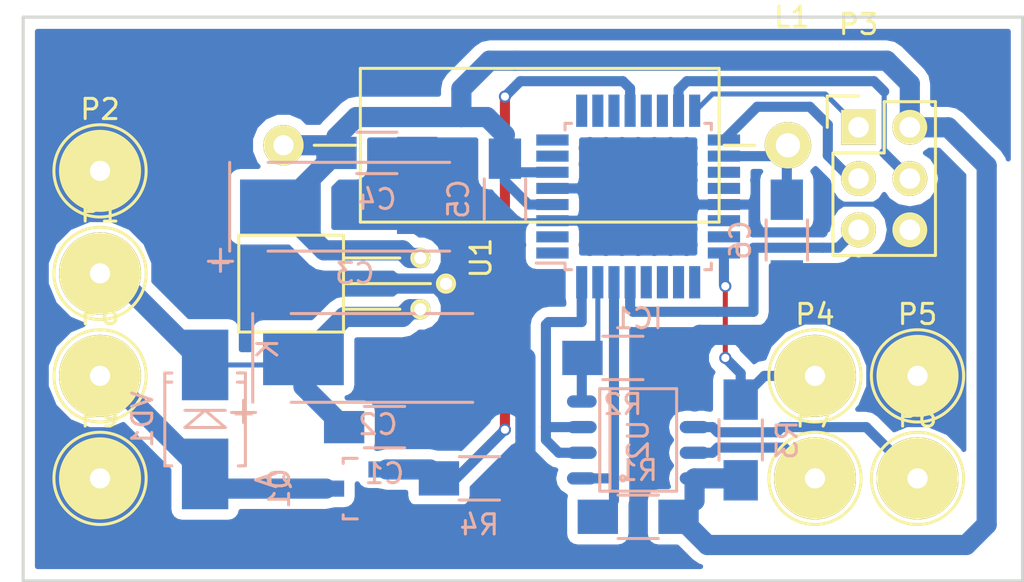
<source format=kicad_pcb>
(kicad_pcb (version 4) (host pcbnew "(2015-12-10 BZR 6367)-product")

  (general
    (links 51)
    (no_connects 0)
    (area 0 0 0 0)
    (thickness 1.6)
    (drawings 4)
    (tracks 184)
    (zones 0)
    (modules 25)
    (nets 34)
  )

  (page A4)
  (layers
    (0 F.Cu signal)
    (31 B.Cu signal)
    (32 B.Adhes user)
    (33 F.Adhes user)
    (34 B.Paste user)
    (35 F.Paste user)
    (36 B.SilkS user)
    (37 F.SilkS user)
    (38 B.Mask user)
    (39 F.Mask user)
    (40 Dwgs.User user)
    (41 Cmts.User user)
    (42 Eco1.User user)
    (43 Eco2.User user)
    (44 Edge.Cuts user)
    (45 Margin user)
    (46 B.CrtYd user)
    (47 F.CrtYd user)
    (48 B.Fab user)
    (49 F.Fab user)
  )

  (setup
    (last_trace_width 0.5)
    (user_trace_width 0.25)
    (user_trace_width 0.4)
    (user_trace_width 0.5)
    (user_trace_width 0.75)
    (user_trace_width 1)
    (user_trace_width 1.5)
    (user_trace_width 2.5)
    (user_trace_width 4)
    (trace_clearance 0.2)
    (zone_clearance 0.508)
    (zone_45_only no)
    (trace_min 0.2)
    (segment_width 0.2)
    (edge_width 0.15)
    (via_size 0.6)
    (via_drill 0.4)
    (via_min_size 0.4)
    (via_min_drill 0.3)
    (uvia_size 0.3)
    (uvia_drill 0.1)
    (uvias_allowed no)
    (uvia_min_size 0.2)
    (uvia_min_drill 0.1)
    (pcb_text_width 0.3)
    (pcb_text_size 1.5 1.5)
    (mod_edge_width 0.15)
    (mod_text_size 1 1)
    (mod_text_width 0.15)
    (pad_size 4.064 4.064)
    (pad_drill 1)
    (pad_to_mask_clearance 0.2)
    (aux_axis_origin 0 0)
    (visible_elements FFFFFF7F)
    (pcbplotparams
      (layerselection 0x00030_ffffffff)
      (usegerberextensions false)
      (excludeedgelayer true)
      (linewidth 0.100000)
      (plotframeref false)
      (viasonmask false)
      (mode 1)
      (useauxorigin false)
      (hpglpennumber 1)
      (hpglpenspeed 20)
      (hpglpendiameter 15)
      (hpglpenoverlay 2)
      (psnegative false)
      (psa4output false)
      (plotreference true)
      (plotvalue true)
      (plotinvisibletext false)
      (padsonsilk false)
      (subtractmaskfromsilk false)
      (outputformat 1)
      (mirror false)
      (drillshape 1)
      (scaleselection 1)
      (outputdirectory ""))
  )

  (net 0 "")
  (net 1 +12V)
  (net 2 GND)
  (net 3 +5V)
  (net 4 "Net-(C6-Pad1)")
  (net 5 "Net-(IC1-Pad1)")
  (net 6 "Net-(IC1-Pad2)")
  (net 7 "Net-(IC1-Pad7)")
  (net 8 "Net-(IC1-Pad8)")
  (net 9 "Net-(IC1-Pad9)")
  (net 10 "Net-(IC1-Pad10)")
  (net 11 "Net-(IC1-Pad11)")
  (net 12 "Net-(IC1-Pad12)")
  (net 13 "Net-(IC1-Pad13)")
  (net 14 "Net-(IC1-Pad14)")
  (net 15 "Net-(IC1-Pad15)")
  (net 16 "Net-(IC1-Pad16)")
  (net 17 "Net-(IC1-Pad17)")
  (net 18 "Net-(IC1-Pad19)")
  (net 19 "Net-(IC1-Pad20)")
  (net 20 "Net-(IC1-Pad22)")
  (net 21 "Net-(IC1-Pad23)")
  (net 22 "Net-(IC1-Pad24)")
  (net 23 "Net-(IC1-Pad25)")
  (net 24 "Net-(IC1-Pad26)")
  (net 25 "Net-(IC1-Pad27)")
  (net 26 "Net-(IC1-Pad28)")
  (net 27 "Net-(IC1-Pad29)")
  (net 28 "Net-(IC1-Pad30)")
  (net 29 "Net-(IC1-Pad31)")
  (net 30 "Net-(IC1-Pad32)")
  (net 31 "Net-(P6-Pad1)")
  (net 32 "Net-(P7-Pad1)")
  (net 33 "Net-(P8-Pad1)")

  (net_class Default "Это класс цепей по умолчанию."
    (clearance 0.2)
    (trace_width 0.25)
    (via_dia 0.6)
    (via_drill 0.4)
    (uvia_dia 0.3)
    (uvia_drill 0.1)
    (add_net +12V)
    (add_net +5V)
    (add_net GND)
    (add_net "Net-(C6-Pad1)")
    (add_net "Net-(IC1-Pad1)")
    (add_net "Net-(IC1-Pad10)")
    (add_net "Net-(IC1-Pad11)")
    (add_net "Net-(IC1-Pad12)")
    (add_net "Net-(IC1-Pad13)")
    (add_net "Net-(IC1-Pad14)")
    (add_net "Net-(IC1-Pad15)")
    (add_net "Net-(IC1-Pad16)")
    (add_net "Net-(IC1-Pad17)")
    (add_net "Net-(IC1-Pad19)")
    (add_net "Net-(IC1-Pad2)")
    (add_net "Net-(IC1-Pad20)")
    (add_net "Net-(IC1-Pad22)")
    (add_net "Net-(IC1-Pad23)")
    (add_net "Net-(IC1-Pad24)")
    (add_net "Net-(IC1-Pad25)")
    (add_net "Net-(IC1-Pad26)")
    (add_net "Net-(IC1-Pad27)")
    (add_net "Net-(IC1-Pad28)")
    (add_net "Net-(IC1-Pad29)")
    (add_net "Net-(IC1-Pad30)")
    (add_net "Net-(IC1-Pad31)")
    (add_net "Net-(IC1-Pad32)")
    (add_net "Net-(IC1-Pad7)")
    (add_net "Net-(IC1-Pad8)")
    (add_net "Net-(IC1-Pad9)")
    (add_net "Net-(P6-Pad1)")
    (add_net "Net-(P7-Pad1)")
    (add_net "Net-(P8-Pad1)")
  )

  (module Choke_Axial_ThroughHole:Choke_Horizontal_RM25mm (layer F.Cu) (tedit 542A89F9) (tstamp 577399E9)
    (at 171.45 105.41)
    (descr "Choke, Axial, RM 25mm,")
    (tags "Choke, Axial, RM 25mm,")
    (path /57738F7C)
    (fp_text reference L1 (at 12.7 -6.35) (layer F.SilkS)
      (effects (font (size 1 1) (thickness 0.15)))
    )
    (fp_text value 150 (at 0 5.4991) (layer F.Fab)
      (effects (font (size 1 1) (thickness 0.15)))
    )
    (fp_line (start -8.94334 0) (end -10.97534 0) (layer F.SilkS) (width 0.15))
    (fp_line (start 9.34466 0) (end 10.86866 0) (layer F.SilkS) (width 0.15))
    (fp_line (start -8.68934 -3.81) (end -8.68934 3.81) (layer F.SilkS) (width 0.15))
    (fp_line (start -8.68934 3.81) (end 9.09066 3.81) (layer F.SilkS) (width 0.15))
    (fp_line (start 9.09066 3.81) (end 9.09066 -3.81) (layer F.SilkS) (width 0.15))
    (fp_line (start 9.09066 -3.81) (end -8.68934 -3.81) (layer F.SilkS) (width 0.15))
    (pad 1 thru_hole circle (at -12.49934 0) (size 1.99898 1.99898) (drill 1.00076) (layers *.Cu *.Mask F.SilkS)
      (net 3 +5V))
    (pad 2 thru_hole circle (at 12.50188 0) (size 2.30124 2.30124) (drill 1.19888) (layers *.Cu *.Mask F.SilkS)
      (net 4 "Net-(C6-Pad1)"))
  )

  (module Capacitors_SMD:C_1206_HandSoldering (layer B.Cu) (tedit 541A9C03) (tstamp 577399A1)
    (at 163.957 119.38)
    (descr "Capacitor SMD 1206, hand soldering")
    (tags "capacitor 1206")
    (path /57739903)
    (attr smd)
    (fp_text reference C1 (at 0 2.3) (layer B.SilkS)
      (effects (font (size 1 1) (thickness 0.15)) (justify mirror))
    )
    (fp_text value 0.1 (at 0 -2.3) (layer B.Fab)
      (effects (font (size 1 1) (thickness 0.15)) (justify mirror))
    )
    (fp_line (start -3.3 1.15) (end 3.3 1.15) (layer B.CrtYd) (width 0.05))
    (fp_line (start -3.3 -1.15) (end 3.3 -1.15) (layer B.CrtYd) (width 0.05))
    (fp_line (start -3.3 1.15) (end -3.3 -1.15) (layer B.CrtYd) (width 0.05))
    (fp_line (start 3.3 1.15) (end 3.3 -1.15) (layer B.CrtYd) (width 0.05))
    (fp_line (start 1 1.025) (end -1 1.025) (layer B.SilkS) (width 0.15))
    (fp_line (start -1 -1.025) (end 1 -1.025) (layer B.SilkS) (width 0.15))
    (pad 1 smd rect (at -2 0) (size 2 1.6) (layers B.Cu B.Paste B.Mask)
      (net 1 +12V))
    (pad 2 smd rect (at 2 0) (size 2 1.6) (layers B.Cu B.Paste B.Mask)
      (net 2 GND))
    (model Capacitors_SMD.3dshapes/C_1206_HandSoldering.wrl
      (at (xyz 0 0 0))
      (scale (xyz 1 1 1))
      (rotate (xyz 0 0 0))
    )
  )

  (module Capacitors_Tantalum_SMD:TantalC_SizeD_EIA-7343_HandSoldering (layer B.Cu) (tedit 0) (tstamp 577399A7)
    (at 163.83 115.951)
    (descr "Tantal Cap. , Size D, EIA-7343, Hand Soldering,")
    (tags "Tantal Cap. , Size D, EIA-7343, Hand Soldering,")
    (path /577399BE)
    (attr smd)
    (fp_text reference C2 (at -0.20066 3.29946) (layer B.SilkS)
      (effects (font (size 1 1) (thickness 0.15)) (justify mirror))
    )
    (fp_text value 100 (at -0.09906 -3.59918) (layer B.Fab)
      (effects (font (size 1 1) (thickness 0.15)) (justify mirror))
    )
    (fp_line (start -6.40334 2.19964) (end -6.40334 -2.19964) (layer B.SilkS) (width 0.15))
    (fp_line (start -4.50088 -2.19964) (end 4.50088 -2.19964) (layer B.SilkS) (width 0.15))
    (fp_line (start 4.50088 2.19964) (end -4.50088 2.19964) (layer B.SilkS) (width 0.15))
    (fp_text user + (at -6.85546 2.70002) (layer B.SilkS)
      (effects (font (size 1 1) (thickness 0.15)) (justify mirror))
    )
    (fp_line (start -6.858 3.20294) (end -6.858 2.10312) (layer B.SilkS) (width 0.15))
    (fp_line (start -7.45744 2.70256) (end -6.25856 2.70256) (layer B.SilkS) (width 0.15))
    (pad 2 smd rect (at 3.88874 0) (size 4.0005 2.70002) (layers B.Cu B.Paste B.Mask)
      (net 2 GND))
    (pad 1 smd rect (at -3.88874 0) (size 4.0005 2.70002) (layers B.Cu B.Paste B.Mask)
      (net 1 +12V))
    (model Capacitors_Tantalum_SMD.3dshapes/TantalC_SizeD_EIA-7343_HandSoldering.wrl
      (at (xyz 0 0 0))
      (scale (xyz 1 1 1))
      (rotate (xyz 0 0 180))
    )
  )

  (module Capacitors_Tantalum_SMD:TantalC_SizeD_EIA-7343_HandSoldering (layer B.Cu) (tedit 0) (tstamp 577399AD)
    (at 162.687 108.458)
    (descr "Tantal Cap. , Size D, EIA-7343, Hand Soldering,")
    (tags "Tantal Cap. , Size D, EIA-7343, Hand Soldering,")
    (path /57739A2B)
    (attr smd)
    (fp_text reference C3 (at -0.20066 3.29946) (layer B.SilkS)
      (effects (font (size 1 1) (thickness 0.15)) (justify mirror))
    )
    (fp_text value 100 (at -0.09906 -3.59918) (layer B.Fab)
      (effects (font (size 1 1) (thickness 0.15)) (justify mirror))
    )
    (fp_line (start -6.40334 2.19964) (end -6.40334 -2.19964) (layer B.SilkS) (width 0.15))
    (fp_line (start -4.50088 -2.19964) (end 4.50088 -2.19964) (layer B.SilkS) (width 0.15))
    (fp_line (start 4.50088 2.19964) (end -4.50088 2.19964) (layer B.SilkS) (width 0.15))
    (fp_text user + (at -6.85546 2.70002) (layer B.SilkS)
      (effects (font (size 1 1) (thickness 0.15)) (justify mirror))
    )
    (fp_line (start -6.858 3.20294) (end -6.858 2.10312) (layer B.SilkS) (width 0.15))
    (fp_line (start -7.45744 2.70256) (end -6.25856 2.70256) (layer B.SilkS) (width 0.15))
    (pad 2 smd rect (at 3.88874 0) (size 4.0005 2.70002) (layers B.Cu B.Paste B.Mask)
      (net 2 GND))
    (pad 1 smd rect (at -3.88874 0) (size 4.0005 2.70002) (layers B.Cu B.Paste B.Mask)
      (net 3 +5V))
    (model Capacitors_Tantalum_SMD.3dshapes/TantalC_SizeD_EIA-7343_HandSoldering.wrl
      (at (xyz 0 0 0))
      (scale (xyz 1 1 1))
      (rotate (xyz 0 0 180))
    )
  )

  (module Capacitors_SMD:C_1206_HandSoldering (layer B.Cu) (tedit 541A9C03) (tstamp 577399B3)
    (at 163.576 105.791)
    (descr "Capacitor SMD 1206, hand soldering")
    (tags "capacitor 1206")
    (path /57739950)
    (attr smd)
    (fp_text reference C4 (at 0 2.3) (layer B.SilkS)
      (effects (font (size 1 1) (thickness 0.15)) (justify mirror))
    )
    (fp_text value 0.1 (at 0 -2.3) (layer B.Fab)
      (effects (font (size 1 1) (thickness 0.15)) (justify mirror))
    )
    (fp_line (start -3.3 1.15) (end 3.3 1.15) (layer B.CrtYd) (width 0.05))
    (fp_line (start -3.3 -1.15) (end 3.3 -1.15) (layer B.CrtYd) (width 0.05))
    (fp_line (start -3.3 1.15) (end -3.3 -1.15) (layer B.CrtYd) (width 0.05))
    (fp_line (start 3.3 1.15) (end 3.3 -1.15) (layer B.CrtYd) (width 0.05))
    (fp_line (start 1 1.025) (end -1 1.025) (layer B.SilkS) (width 0.15))
    (fp_line (start -1 -1.025) (end 1 -1.025) (layer B.SilkS) (width 0.15))
    (pad 1 smd rect (at -2 0) (size 2 1.6) (layers B.Cu B.Paste B.Mask)
      (net 3 +5V))
    (pad 2 smd rect (at 2 0) (size 2 1.6) (layers B.Cu B.Paste B.Mask)
      (net 2 GND))
    (model Capacitors_SMD.3dshapes/C_1206_HandSoldering.wrl
      (at (xyz 0 0 0))
      (scale (xyz 1 1 1))
      (rotate (xyz 0 0 0))
    )
  )

  (module Capacitors_SMD:C_1206_HandSoldering (layer B.Cu) (tedit 541A9C03) (tstamp 577399B9)
    (at 169.926 108.077 270)
    (descr "Capacitor SMD 1206, hand soldering")
    (tags "capacitor 1206")
    (path /57739221)
    (attr smd)
    (fp_text reference C5 (at 0 2.3 270) (layer B.SilkS)
      (effects (font (size 1 1) (thickness 0.15)) (justify mirror))
    )
    (fp_text value 0.1 (at 0 -2.3 270) (layer B.Fab)
      (effects (font (size 1 1) (thickness 0.15)) (justify mirror))
    )
    (fp_line (start -3.3 1.15) (end 3.3 1.15) (layer B.CrtYd) (width 0.05))
    (fp_line (start -3.3 -1.15) (end 3.3 -1.15) (layer B.CrtYd) (width 0.05))
    (fp_line (start -3.3 1.15) (end -3.3 -1.15) (layer B.CrtYd) (width 0.05))
    (fp_line (start 3.3 1.15) (end 3.3 -1.15) (layer B.CrtYd) (width 0.05))
    (fp_line (start 1 1.025) (end -1 1.025) (layer B.SilkS) (width 0.15))
    (fp_line (start -1 -1.025) (end 1 -1.025) (layer B.SilkS) (width 0.15))
    (pad 1 smd rect (at -2 0 270) (size 2 1.6) (layers B.Cu B.Paste B.Mask)
      (net 3 +5V))
    (pad 2 smd rect (at 2 0 270) (size 2 1.6) (layers B.Cu B.Paste B.Mask)
      (net 2 GND))
    (model Capacitors_SMD.3dshapes/C_1206_HandSoldering.wrl
      (at (xyz 0 0 0))
      (scale (xyz 1 1 1))
      (rotate (xyz 0 0 0))
    )
  )

  (module Capacitors_SMD:C_1206_HandSoldering (layer B.Cu) (tedit 541A9C03) (tstamp 577399BF)
    (at 183.896 110.109 270)
    (descr "Capacitor SMD 1206, hand soldering")
    (tags "capacitor 1206")
    (path /57739029)
    (attr smd)
    (fp_text reference C6 (at 0 2.3 270) (layer B.SilkS)
      (effects (font (size 1 1) (thickness 0.15)) (justify mirror))
    )
    (fp_text value 0.1 (at 0 -2.3 270) (layer B.Fab)
      (effects (font (size 1 1) (thickness 0.15)) (justify mirror))
    )
    (fp_line (start -3.3 1.15) (end 3.3 1.15) (layer B.CrtYd) (width 0.05))
    (fp_line (start -3.3 -1.15) (end 3.3 -1.15) (layer B.CrtYd) (width 0.05))
    (fp_line (start -3.3 1.15) (end -3.3 -1.15) (layer B.CrtYd) (width 0.05))
    (fp_line (start 3.3 1.15) (end 3.3 -1.15) (layer B.CrtYd) (width 0.05))
    (fp_line (start 1 1.025) (end -1 1.025) (layer B.SilkS) (width 0.15))
    (fp_line (start -1 -1.025) (end 1 -1.025) (layer B.SilkS) (width 0.15))
    (pad 1 smd rect (at -2 0 270) (size 2 1.6) (layers B.Cu B.Paste B.Mask)
      (net 4 "Net-(C6-Pad1)"))
    (pad 2 smd rect (at 2 0 270) (size 2 1.6) (layers B.Cu B.Paste B.Mask)
      (net 2 GND))
    (model Capacitors_SMD.3dshapes/C_1206_HandSoldering.wrl
      (at (xyz 0 0 0))
      (scale (xyz 1 1 1))
      (rotate (xyz 0 0 0))
    )
  )

  (module Housings_QFP:TQFP-32_7x7mm_Pitch0.8mm (layer B.Cu) (tedit 54130A77) (tstamp 577399E3)
    (at 176.53 107.95)
    (descr "32-Lead Plastic Thin Quad Flatpack (PT) - 7x7x1.0 mm Body, 2.00 mm [TQFP] (see Microchip Packaging Specification 00000049BS.pdf)")
    (tags "QFP 0.8")
    (path /57738E8E)
    (attr smd)
    (fp_text reference IC1 (at 0 6.05) (layer B.SilkS)
      (effects (font (size 1 1) (thickness 0.15)) (justify mirror))
    )
    (fp_text value ATMEGA328-A (at 0 -6.05) (layer B.Fab)
      (effects (font (size 1 1) (thickness 0.15)) (justify mirror))
    )
    (fp_line (start -5.3 5.3) (end -5.3 -5.3) (layer B.CrtYd) (width 0.05))
    (fp_line (start 5.3 5.3) (end 5.3 -5.3) (layer B.CrtYd) (width 0.05))
    (fp_line (start -5.3 5.3) (end 5.3 5.3) (layer B.CrtYd) (width 0.05))
    (fp_line (start -5.3 -5.3) (end 5.3 -5.3) (layer B.CrtYd) (width 0.05))
    (fp_line (start -3.625 3.625) (end -3.625 3.3) (layer B.SilkS) (width 0.15))
    (fp_line (start 3.625 3.625) (end 3.625 3.3) (layer B.SilkS) (width 0.15))
    (fp_line (start 3.625 -3.625) (end 3.625 -3.3) (layer B.SilkS) (width 0.15))
    (fp_line (start -3.625 -3.625) (end -3.625 -3.3) (layer B.SilkS) (width 0.15))
    (fp_line (start -3.625 3.625) (end -3.3 3.625) (layer B.SilkS) (width 0.15))
    (fp_line (start -3.625 -3.625) (end -3.3 -3.625) (layer B.SilkS) (width 0.15))
    (fp_line (start 3.625 -3.625) (end 3.3 -3.625) (layer B.SilkS) (width 0.15))
    (fp_line (start 3.625 3.625) (end 3.3 3.625) (layer B.SilkS) (width 0.15))
    (fp_line (start -3.625 3.3) (end -5.05 3.3) (layer B.SilkS) (width 0.15))
    (pad 1 smd rect (at -4.25 2.8) (size 1.6 0.55) (layers B.Cu B.Paste B.Mask)
      (net 5 "Net-(IC1-Pad1)"))
    (pad 2 smd rect (at -4.25 2) (size 1.6 0.55) (layers B.Cu B.Paste B.Mask)
      (net 6 "Net-(IC1-Pad2)"))
    (pad 3 smd rect (at -4.25 1.2) (size 1.6 0.55) (layers B.Cu B.Paste B.Mask)
      (net 2 GND))
    (pad 4 smd rect (at -4.25 0.4) (size 1.6 0.55) (layers B.Cu B.Paste B.Mask)
      (net 3 +5V))
    (pad 5 smd rect (at -4.25 -0.4) (size 1.6 0.55) (layers B.Cu B.Paste B.Mask)
      (net 2 GND))
    (pad 6 smd rect (at -4.25 -1.2) (size 1.6 0.55) (layers B.Cu B.Paste B.Mask)
      (net 3 +5V))
    (pad 7 smd rect (at -4.25 -2) (size 1.6 0.55) (layers B.Cu B.Paste B.Mask)
      (net 7 "Net-(IC1-Pad7)"))
    (pad 8 smd rect (at -4.25 -2.8) (size 1.6 0.55) (layers B.Cu B.Paste B.Mask)
      (net 8 "Net-(IC1-Pad8)"))
    (pad 9 smd rect (at -2.8 -4.25 270) (size 1.6 0.55) (layers B.Cu B.Paste B.Mask)
      (net 9 "Net-(IC1-Pad9)"))
    (pad 10 smd rect (at -2 -4.25 270) (size 1.6 0.55) (layers B.Cu B.Paste B.Mask)
      (net 10 "Net-(IC1-Pad10)"))
    (pad 11 smd rect (at -1.2 -4.25 270) (size 1.6 0.55) (layers B.Cu B.Paste B.Mask)
      (net 11 "Net-(IC1-Pad11)"))
    (pad 12 smd rect (at -0.4 -4.25 270) (size 1.6 0.55) (layers B.Cu B.Paste B.Mask)
      (net 12 "Net-(IC1-Pad12)"))
    (pad 13 smd rect (at 0.4 -4.25 270) (size 1.6 0.55) (layers B.Cu B.Paste B.Mask)
      (net 13 "Net-(IC1-Pad13)"))
    (pad 14 smd rect (at 1.2 -4.25 270) (size 1.6 0.55) (layers B.Cu B.Paste B.Mask)
      (net 14 "Net-(IC1-Pad14)"))
    (pad 15 smd rect (at 2 -4.25 270) (size 1.6 0.55) (layers B.Cu B.Paste B.Mask)
      (net 15 "Net-(IC1-Pad15)"))
    (pad 16 smd rect (at 2.8 -4.25 270) (size 1.6 0.55) (layers B.Cu B.Paste B.Mask)
      (net 16 "Net-(IC1-Pad16)"))
    (pad 17 smd rect (at 4.25 -2.8) (size 1.6 0.55) (layers B.Cu B.Paste B.Mask)
      (net 17 "Net-(IC1-Pad17)"))
    (pad 18 smd rect (at 4.25 -2) (size 1.6 0.55) (layers B.Cu B.Paste B.Mask)
      (net 4 "Net-(C6-Pad1)"))
    (pad 19 smd rect (at 4.25 -1.2) (size 1.6 0.55) (layers B.Cu B.Paste B.Mask)
      (net 18 "Net-(IC1-Pad19)"))
    (pad 20 smd rect (at 4.25 -0.4) (size 1.6 0.55) (layers B.Cu B.Paste B.Mask)
      (net 19 "Net-(IC1-Pad20)"))
    (pad 21 smd rect (at 4.25 0.4) (size 1.6 0.55) (layers B.Cu B.Paste B.Mask)
      (net 2 GND))
    (pad 22 smd rect (at 4.25 1.2) (size 1.6 0.55) (layers B.Cu B.Paste B.Mask)
      (net 20 "Net-(IC1-Pad22)"))
    (pad 23 smd rect (at 4.25 2) (size 1.6 0.55) (layers B.Cu B.Paste B.Mask)
      (net 21 "Net-(IC1-Pad23)"))
    (pad 24 smd rect (at 4.25 2.8) (size 1.6 0.55) (layers B.Cu B.Paste B.Mask)
      (net 22 "Net-(IC1-Pad24)"))
    (pad 25 smd rect (at 2.8 4.25 270) (size 1.6 0.55) (layers B.Cu B.Paste B.Mask)
      (net 23 "Net-(IC1-Pad25)"))
    (pad 26 smd rect (at 2 4.25 270) (size 1.6 0.55) (layers B.Cu B.Paste B.Mask)
      (net 24 "Net-(IC1-Pad26)"))
    (pad 27 smd rect (at 1.2 4.25 270) (size 1.6 0.55) (layers B.Cu B.Paste B.Mask)
      (net 25 "Net-(IC1-Pad27)"))
    (pad 28 smd rect (at 0.4 4.25 270) (size 1.6 0.55) (layers B.Cu B.Paste B.Mask)
      (net 26 "Net-(IC1-Pad28)"))
    (pad 29 smd rect (at -0.4 4.25 270) (size 1.6 0.55) (layers B.Cu B.Paste B.Mask)
      (net 27 "Net-(IC1-Pad29)"))
    (pad 30 smd rect (at -1.2 4.25 270) (size 1.6 0.55) (layers B.Cu B.Paste B.Mask)
      (net 28 "Net-(IC1-Pad30)"))
    (pad 31 smd rect (at -2 4.25 270) (size 1.6 0.55) (layers B.Cu B.Paste B.Mask)
      (net 29 "Net-(IC1-Pad31)"))
    (pad 32 smd rect (at -2.8 4.25 270) (size 1.6 0.55) (layers B.Cu B.Paste B.Mask)
      (net 30 "Net-(IC1-Pad32)"))
    (model Housings_QFP.3dshapes/TQFP-32_7x7mm_Pitch0.8mm.wrl
      (at (xyz 0 0 0))
      (scale (xyz 1 1 1))
      (rotate (xyz 0 0 0))
    )
  )

  (module Connect:1pin (layer F.Cu) (tedit 0) (tstamp 577399EE)
    (at 149.86 111.76)
    (descr "module 1 pin (ou trou mecanique de percage)")
    (tags DEV)
    (path /57739D6F)
    (fp_text reference P1 (at 0 -3.048) (layer F.SilkS)
      (effects (font (size 1 1) (thickness 0.15)))
    )
    (fp_text value CONN_01X01 (at 0 2.794) (layer F.Fab)
      (effects (font (size 1 1) (thickness 0.15)))
    )
    (fp_circle (center 0 0) (end 0 -2.286) (layer F.SilkS) (width 0.15))
    (pad 1 thru_hole circle (at 0 0) (size 4.064 4.064) (drill 1) (layers *.Cu *.Mask F.SilkS)
      (net 1 +12V))
  )

  (module Connect:1pin (layer F.Cu) (tedit 57765426) (tstamp 577399F3)
    (at 149.86 106.68)
    (descr "module 1 pin (ou trou mecanique de percage)")
    (tags DEV)
    (path /57739DF2)
    (fp_text reference P2 (at 0 -3.048) (layer F.SilkS)
      (effects (font (size 1 1) (thickness 0.15)))
    )
    (fp_text value CONN_01X01 (at 0 2.794) (layer F.Fab)
      (effects (font (size 1 1) (thickness 0.15)))
    )
    (fp_circle (center 0 0) (end 0 -2.286) (layer F.SilkS) (width 0.15))
    (pad 1 thru_hole circle (at 0 0) (size 4.064 4.064) (drill 1) (layers *.Cu *.Mask F.SilkS)
      (net 2 GND))
  )

  (module Pin_Headers:Pin_Header_Straight_2x03 (layer F.Cu) (tedit 54EA0A4B) (tstamp 577399FD)
    (at 187.452 104.521)
    (descr "Through hole pin header")
    (tags "pin header")
    (path /5773B77C)
    (fp_text reference P3 (at 0 -5.1) (layer F.SilkS)
      (effects (font (size 1 1) (thickness 0.15)))
    )
    (fp_text value CONN_02X03 (at 0 -3.1) (layer F.Fab)
      (effects (font (size 1 1) (thickness 0.15)))
    )
    (fp_line (start -1.27 1.27) (end -1.27 6.35) (layer F.SilkS) (width 0.15))
    (fp_line (start -1.55 -1.55) (end 0 -1.55) (layer F.SilkS) (width 0.15))
    (fp_line (start -1.75 -1.75) (end -1.75 6.85) (layer F.CrtYd) (width 0.05))
    (fp_line (start 4.3 -1.75) (end 4.3 6.85) (layer F.CrtYd) (width 0.05))
    (fp_line (start -1.75 -1.75) (end 4.3 -1.75) (layer F.CrtYd) (width 0.05))
    (fp_line (start -1.75 6.85) (end 4.3 6.85) (layer F.CrtYd) (width 0.05))
    (fp_line (start 1.27 -1.27) (end 1.27 1.27) (layer F.SilkS) (width 0.15))
    (fp_line (start 1.27 1.27) (end -1.27 1.27) (layer F.SilkS) (width 0.15))
    (fp_line (start -1.27 6.35) (end 3.81 6.35) (layer F.SilkS) (width 0.15))
    (fp_line (start 3.81 6.35) (end 3.81 1.27) (layer F.SilkS) (width 0.15))
    (fp_line (start -1.55 -1.55) (end -1.55 0) (layer F.SilkS) (width 0.15))
    (fp_line (start 3.81 -1.27) (end 1.27 -1.27) (layer F.SilkS) (width 0.15))
    (fp_line (start 3.81 1.27) (end 3.81 -1.27) (layer F.SilkS) (width 0.15))
    (pad 1 thru_hole rect (at 0 0) (size 1.7272 1.7272) (drill 1.016) (layers *.Cu *.Mask F.SilkS)
      (net 16 "Net-(IC1-Pad16)"))
    (pad 2 thru_hole oval (at 2.54 0) (size 1.7272 1.7272) (drill 1.016) (layers *.Cu *.Mask F.SilkS)
      (net 3 +5V))
    (pad 3 thru_hole oval (at 0 2.54) (size 1.7272 1.7272) (drill 1.016) (layers *.Cu *.Mask F.SilkS)
      (net 17 "Net-(IC1-Pad17)"))
    (pad 4 thru_hole oval (at 2.54 2.54) (size 1.7272 1.7272) (drill 1.016) (layers *.Cu *.Mask F.SilkS)
      (net 15 "Net-(IC1-Pad15)"))
    (pad 5 thru_hole oval (at 0 5.08) (size 1.7272 1.7272) (drill 1.016) (layers *.Cu *.Mask F.SilkS)
      (net 27 "Net-(IC1-Pad29)"))
    (pad 6 thru_hole oval (at 2.54 5.08) (size 1.7272 1.7272) (drill 1.016) (layers *.Cu *.Mask F.SilkS)
      (net 2 GND))
    (model Pin_Headers.3dshapes/Pin_Header_Straight_2x03.wrl
      (at (xyz 0.05 -0.1 0))
      (scale (xyz 1 1 1))
      (rotate (xyz 0 0 90))
    )
  )

  (module Connect:1pin (layer F.Cu) (tedit 0) (tstamp 57739A02)
    (at 185.293 116.84)
    (descr "module 1 pin (ou trou mecanique de percage)")
    (tags DEV)
    (path /5773ADB4)
    (fp_text reference P4 (at 0 -3.048) (layer F.SilkS)
      (effects (font (size 1 1) (thickness 0.15)))
    )
    (fp_text value CONN_01X01 (at 0 2.794) (layer F.Fab)
      (effects (font (size 1 1) (thickness 0.15)))
    )
    (fp_circle (center 0 0) (end 0 -2.286) (layer F.SilkS) (width 0.15))
    (pad 1 thru_hole circle (at 0 0) (size 4.064 4.064) (drill 1) (layers *.Cu *.Mask F.SilkS)
      (net 22 "Net-(IC1-Pad24)"))
  )

  (module Connect:1pin (layer F.Cu) (tedit 0) (tstamp 57739A07)
    (at 190.373 116.84)
    (descr "module 1 pin (ou trou mecanique de percage)")
    (tags DEV)
    (path /5773AF08)
    (fp_text reference P5 (at 0 -3.048) (layer F.SilkS)
      (effects (font (size 1 1) (thickness 0.15)))
    )
    (fp_text value CONN_01X01 (at 0 2.794) (layer F.Fab)
      (effects (font (size 1 1) (thickness 0.15)))
    )
    (fp_circle (center 0 0) (end 0 -2.286) (layer F.SilkS) (width 0.15))
    (pad 1 thru_hole circle (at 0 0) (size 4.064 4.064) (drill 1) (layers *.Cu *.Mask F.SilkS)
      (net 2 GND))
  )

  (module Connect:1pin (layer F.Cu) (tedit 0) (tstamp 57739A0C)
    (at 190.373 121.92)
    (descr "module 1 pin (ou trou mecanique de percage)")
    (tags DEV)
    (path /5773AA1A)
    (fp_text reference P6 (at 0 -3.048) (layer F.SilkS)
      (effects (font (size 1 1) (thickness 0.15)))
    )
    (fp_text value CONN_01X01 (at 0 2.794) (layer F.Fab)
      (effects (font (size 1 1) (thickness 0.15)))
    )
    (fp_circle (center 0 0) (end 0 -2.286) (layer F.SilkS) (width 0.15))
    (pad 1 thru_hole circle (at 0 0) (size 4.064 4.064) (drill 1) (layers *.Cu *.Mask F.SilkS)
      (net 31 "Net-(P6-Pad1)"))
  )

  (module Connect:1pin (layer F.Cu) (tedit 0) (tstamp 57739A11)
    (at 185.293 121.92)
    (descr "module 1 pin (ou trou mecanique de percage)")
    (tags DEV)
    (path /5773AB20)
    (fp_text reference P7 (at 0 -3.048) (layer F.SilkS)
      (effects (font (size 1 1) (thickness 0.15)))
    )
    (fp_text value CONN_01X01 (at 0 2.794) (layer F.Fab)
      (effects (font (size 1 1) (thickness 0.15)))
    )
    (fp_circle (center 0 0) (end 0 -2.286) (layer F.SilkS) (width 0.15))
    (pad 1 thru_hole circle (at 0 0) (size 4.064 4.064) (drill 1) (layers *.Cu *.Mask F.SilkS)
      (net 32 "Net-(P7-Pad1)"))
  )

  (module Connect:1pin (layer F.Cu) (tedit 0) (tstamp 57739A16)
    (at 149.86 116.84)
    (descr "module 1 pin (ou trou mecanique de percage)")
    (tags DEV)
    (path /5773CD6F)
    (fp_text reference P8 (at 0 -3.048) (layer F.SilkS)
      (effects (font (size 1 1) (thickness 0.15)))
    )
    (fp_text value CONN_01X01 (at 0 2.794) (layer F.Fab)
      (effects (font (size 1 1) (thickness 0.15)))
    )
    (fp_circle (center 0 0) (end 0 -2.286) (layer F.SilkS) (width 0.15))
    (pad 1 thru_hole circle (at 0 0) (size 4.064 4.064) (drill 1) (layers *.Cu *.Mask F.SilkS)
      (net 33 "Net-(P8-Pad1)"))
  )

  (module Connect:1pin (layer F.Cu) (tedit 0) (tstamp 57739A1B)
    (at 149.86 121.92)
    (descr "module 1 pin (ou trou mecanique de percage)")
    (tags DEV)
    (path /5773CEE4)
    (fp_text reference P9 (at 0 -3.048) (layer F.SilkS)
      (effects (font (size 1 1) (thickness 0.15)))
    )
    (fp_text value CONN_01X01 (at 0 2.794) (layer F.Fab)
      (effects (font (size 1 1) (thickness 0.15)))
    )
    (fp_circle (center 0 0) (end 0 -2.286) (layer F.SilkS) (width 0.15))
    (pad 1 thru_hole circle (at 0 0) (size 4.064 4.064) (drill 1) (layers *.Cu *.Mask F.SilkS)
      (net 2 GND))
  )

  (module TO_SOT_Packages_SMD:SOT-23_Handsoldering (layer B.Cu) (tedit 54E9291B) (tstamp 57739A22)
    (at 162.56 122.428 270)
    (descr "SOT-23, Handsoldering")
    (tags SOT-23)
    (path /5773C15B)
    (attr smd)
    (fp_text reference Q1 (at 0 3.81 270) (layer B.SilkS)
      (effects (font (size 1 1) (thickness 0.15)) (justify mirror))
    )
    (fp_text value IRLML2502 (at 0 -3.81 270) (layer B.Fab)
      (effects (font (size 1 1) (thickness 0.15)) (justify mirror))
    )
    (fp_line (start -1.49982 -0.0508) (end -1.49982 0.65024) (layer B.SilkS) (width 0.15))
    (fp_line (start -1.49982 0.65024) (end -1.2509 0.65024) (layer B.SilkS) (width 0.15))
    (fp_line (start 1.29916 0.65024) (end 1.49982 0.65024) (layer B.SilkS) (width 0.15))
    (fp_line (start 1.49982 0.65024) (end 1.49982 -0.0508) (layer B.SilkS) (width 0.15))
    (pad 1 smd rect (at -0.95 -1.50114 270) (size 0.8001 1.80086) (layers B.Cu B.Paste B.Mask)
      (net 12 "Net-(IC1-Pad12)"))
    (pad 2 smd rect (at 0.95 -1.50114 270) (size 0.8001 1.80086) (layers B.Cu B.Paste B.Mask)
      (net 2 GND))
    (pad 3 smd rect (at 0 1.50114 270) (size 0.8001 1.80086) (layers B.Cu B.Paste B.Mask)
      (net 33 "Net-(P8-Pad1)"))
    (model TO_SOT_Packages_SMD.3dshapes/SOT-23_Handsoldering.wrl
      (at (xyz 0 0 0))
      (scale (xyz 1 1 1))
      (rotate (xyz 0 0 0))
    )
  )

  (module Resistors_SMD:R_1206_HandSoldering (layer B.Cu) (tedit 5418A20D) (tstamp 57739A28)
    (at 176.53 123.825 180)
    (descr "Resistor SMD 1206, hand soldering")
    (tags "resistor 1206")
    (path /5773A46D)
    (attr smd)
    (fp_text reference R1 (at 0 2.3 180) (layer B.SilkS)
      (effects (font (size 1 1) (thickness 0.15)) (justify mirror))
    )
    (fp_text value 10k (at 0 -2.3 180) (layer B.Fab)
      (effects (font (size 1 1) (thickness 0.15)) (justify mirror))
    )
    (fp_line (start -3.3 1.2) (end 3.3 1.2) (layer B.CrtYd) (width 0.05))
    (fp_line (start -3.3 -1.2) (end 3.3 -1.2) (layer B.CrtYd) (width 0.05))
    (fp_line (start -3.3 1.2) (end -3.3 -1.2) (layer B.CrtYd) (width 0.05))
    (fp_line (start 3.3 1.2) (end 3.3 -1.2) (layer B.CrtYd) (width 0.05))
    (fp_line (start 1 -1.075) (end -1 -1.075) (layer B.SilkS) (width 0.15))
    (fp_line (start -1 1.075) (end 1 1.075) (layer B.SilkS) (width 0.15))
    (pad 1 smd rect (at -2 0 180) (size 2 1.7) (layers B.Cu B.Paste B.Mask)
      (net 3 +5V))
    (pad 2 smd rect (at 2 0 180) (size 2 1.7) (layers B.Cu B.Paste B.Mask)
      (net 28 "Net-(IC1-Pad30)"))
    (model Resistors_SMD.3dshapes/R_1206_HandSoldering.wrl
      (at (xyz 0 0 0))
      (scale (xyz 1 1 1))
      (rotate (xyz 0 0 0))
    )
  )

  (module Resistors_SMD:R_1206_HandSoldering (layer B.Cu) (tedit 5418A20D) (tstamp 57739A2E)
    (at 175.768 115.951)
    (descr "Resistor SMD 1206, hand soldering")
    (tags "resistor 1206")
    (path /5773A5D5)
    (attr smd)
    (fp_text reference R2 (at 0 2.3) (layer B.SilkS)
      (effects (font (size 1 1) (thickness 0.15)) (justify mirror))
    )
    (fp_text value 10k (at 0 -2.3) (layer B.Fab)
      (effects (font (size 1 1) (thickness 0.15)) (justify mirror))
    )
    (fp_line (start -3.3 1.2) (end 3.3 1.2) (layer B.CrtYd) (width 0.05))
    (fp_line (start -3.3 -1.2) (end 3.3 -1.2) (layer B.CrtYd) (width 0.05))
    (fp_line (start -3.3 1.2) (end -3.3 -1.2) (layer B.CrtYd) (width 0.05))
    (fp_line (start 3.3 1.2) (end 3.3 -1.2) (layer B.CrtYd) (width 0.05))
    (fp_line (start 1 -1.075) (end -1 -1.075) (layer B.SilkS) (width 0.15))
    (fp_line (start -1 1.075) (end 1 1.075) (layer B.SilkS) (width 0.15))
    (pad 1 smd rect (at -2 0) (size 2 1.7) (layers B.Cu B.Paste B.Mask)
      (net 29 "Net-(IC1-Pad31)"))
    (pad 2 smd rect (at 2 0) (size 2 1.7) (layers B.Cu B.Paste B.Mask)
      (net 2 GND))
    (model Resistors_SMD.3dshapes/R_1206_HandSoldering.wrl
      (at (xyz 0 0 0))
      (scale (xyz 1 1 1))
      (rotate (xyz 0 0 0))
    )
  )

  (module Resistors_SMD:R_1206_HandSoldering (layer B.Cu) (tedit 5418A20D) (tstamp 57739A34)
    (at 181.61 120.015 90)
    (descr "Resistor SMD 1206, hand soldering")
    (tags "resistor 1206")
    (path /5773B077)
    (attr smd)
    (fp_text reference R3 (at 0 2.3 90) (layer B.SilkS)
      (effects (font (size 1 1) (thickness 0.15)) (justify mirror))
    )
    (fp_text value 10k (at 0 -2.3 90) (layer B.Fab)
      (effects (font (size 1 1) (thickness 0.15)) (justify mirror))
    )
    (fp_line (start -3.3 1.2) (end 3.3 1.2) (layer B.CrtYd) (width 0.05))
    (fp_line (start -3.3 -1.2) (end 3.3 -1.2) (layer B.CrtYd) (width 0.05))
    (fp_line (start -3.3 1.2) (end -3.3 -1.2) (layer B.CrtYd) (width 0.05))
    (fp_line (start 3.3 1.2) (end 3.3 -1.2) (layer B.CrtYd) (width 0.05))
    (fp_line (start 1 -1.075) (end -1 -1.075) (layer B.SilkS) (width 0.15))
    (fp_line (start -1 1.075) (end 1 1.075) (layer B.SilkS) (width 0.15))
    (pad 1 smd rect (at -2 0 90) (size 2 1.7) (layers B.Cu B.Paste B.Mask)
      (net 3 +5V))
    (pad 2 smd rect (at 2 0 90) (size 2 1.7) (layers B.Cu B.Paste B.Mask)
      (net 22 "Net-(IC1-Pad24)"))
    (model Resistors_SMD.3dshapes/R_1206_HandSoldering.wrl
      (at (xyz 0 0 0))
      (scale (xyz 1 1 1))
      (rotate (xyz 0 0 0))
    )
  )

  (module TO_SOT_Packages_THT:TO-92_Horizontal1_Molded_Narrow (layer F.Cu) (tedit 54F24180) (tstamp 57739A3B)
    (at 165.735 110.998 270)
    (descr "TO-92 horizontal, leads molded, narrow, drill 0.6mm (see NXP sot054_po.pdf)")
    (tags "to-92 sc-43 sc-43a sot54 PA33 transistor")
    (path /57760752)
    (fp_text reference U1 (at 0 -3 270) (layer F.SilkS)
      (effects (font (size 1 1) (thickness 0.15)))
    )
    (fp_text value LM78L05ACZ (at 0 11 450) (layer F.Fab)
      (effects (font (size 1 1) (thickness 0.15)))
    )
    (fp_line (start 0 1.016) (end 0 3.81) (layer F.SilkS) (width 0.15))
    (fp_line (start 1.27 -0.5) (end 1.27 3.81) (layer F.SilkS) (width 0.15))
    (fp_line (start 2.54 1.016) (end 2.54 3.81) (layer F.SilkS) (width 0.15))
    (fp_line (start -1.13 3.81) (end 3.67 3.81) (layer F.SilkS) (width 0.15))
    (fp_line (start 3.67 3.81) (end 3.67 9) (layer F.SilkS) (width 0.15))
    (fp_line (start 3.67 9) (end -1.13 9) (layer F.SilkS) (width 0.15))
    (fp_line (start -1.13 9) (end -1.13 3.81) (layer F.SilkS) (width 0.15))
    (fp_line (start -1.4 9.25) (end -1.4 -2.05) (layer F.CrtYd) (width 0.05))
    (fp_line (start -1.4 9.25) (end 3.95 9.25) (layer F.CrtYd) (width 0.05))
    (fp_line (start 3.95 9.25) (end 3.95 -2.05) (layer F.CrtYd) (width 0.05))
    (fp_line (start -1.4 -2.05) (end 3.95 -2.05) (layer F.CrtYd) (width 0.05))
    (pad 2 thru_hole circle (at 1.27 -1.27) (size 1.00076 1.00076) (drill 0.6) (layers *.Cu *.Mask F.SilkS)
      (net 2 GND))
    (pad 3 thru_hole circle (at 2.54 0) (size 1.00076 1.00076) (drill 0.6) (layers *.Cu *.Mask F.SilkS)
      (net 1 +12V))
    (pad 1 thru_hole circle (at 0 0) (size 1.00076 1.00076) (drill 0.6) (layers *.Cu *.Mask F.SilkS)
      (net 3 +5V))
    (model TO_SOT_Packages_THT.3dshapes/TO-92_Horizontal1_Molded_Narrow.wrl
      (at (xyz 0.05 0 0))
      (scale (xyz 1 1 1))
      (rotate (xyz 0 0 -90))
    )
  )

  (module Power_Integrations:SO-8 (layer B.Cu) (tedit 0) (tstamp 57739A47)
    (at 176.53 120.015 90)
    (descr "SO-8 Surface Mount Small Outline 150mil 8pin Package")
    (tags "Power Integrations D Package")
    (path /5773A28D)
    (fp_text reference U2 (at 0 0 90) (layer B.SilkS)
      (effects (font (size 1 1) (thickness 0.15)) (justify mirror))
    )
    (fp_text value SP3485CN (at 0 0 90) (layer B.Fab)
      (effects (font (size 1 1) (thickness 0.15)) (justify mirror))
    )
    (fp_circle (center -1.905 -0.762) (end -1.778 -0.762) (layer B.SilkS) (width 0.15))
    (fp_line (start -2.54 -1.397) (end 2.54 -1.397) (layer B.SilkS) (width 0.15))
    (fp_line (start -2.54 1.905) (end 2.54 1.905) (layer B.SilkS) (width 0.15))
    (fp_line (start -2.54 -1.905) (end 2.54 -1.905) (layer B.SilkS) (width 0.15))
    (fp_line (start -2.54 -1.905) (end -2.54 1.905) (layer B.SilkS) (width 0.15))
    (fp_line (start 2.54 -1.905) (end 2.54 1.905) (layer B.SilkS) (width 0.15))
    (pad 1 smd oval (at -1.905 -2.794 90) (size 0.6096 1.4732) (layers B.Cu B.Paste B.Mask)
      (net 28 "Net-(IC1-Pad30)"))
    (pad 2 smd oval (at -0.635 -2.794 90) (size 0.6096 1.4732) (layers B.Cu B.Paste B.Mask)
      (net 30 "Net-(IC1-Pad32)"))
    (pad 3 smd oval (at 0.635 -2.794 90) (size 0.6096 1.4732) (layers B.Cu B.Paste B.Mask)
      (net 30 "Net-(IC1-Pad32)"))
    (pad 4 smd oval (at 1.905 -2.794 90) (size 0.6096 1.4732) (layers B.Cu B.Paste B.Mask)
      (net 29 "Net-(IC1-Pad31)"))
    (pad 5 smd oval (at 1.905 2.794 90) (size 0.6096 1.4732) (layers B.Cu B.Paste B.Mask)
      (net 2 GND))
    (pad 6 smd oval (at 0.635 2.794 90) (size 0.6096 1.4732) (layers B.Cu B.Paste B.Mask)
      (net 31 "Net-(P6-Pad1)"))
    (pad 7 smd oval (at -0.635 2.794 90) (size 0.6096 1.4732) (layers B.Cu B.Paste B.Mask)
      (net 32 "Net-(P7-Pad1)"))
    (pad 8 smd oval (at -1.905 2.794 90) (size 0.6096 1.4732) (layers B.Cu B.Paste B.Mask)
      (net 3 +5V))
  )

  (module Diodes_SMD:SMB_Handsoldering (layer B.Cu) (tedit 552FF2F0) (tstamp 57739A4D)
    (at 155.067 118.999 270)
    (descr "Diode SMB Handsoldering")
    (tags "Diode SMB Handsoldering")
    (path /5773C4D4)
    (attr smd)
    (fp_text reference VD1 (at 0 3.1 270) (layer B.SilkS)
      (effects (font (size 1 1) (thickness 0.15)) (justify mirror))
    )
    (fp_text value S2M (at 0.1 -4.75 270) (layer B.Fab)
      (effects (font (size 1 1) (thickness 0.15)) (justify mirror))
    )
    (fp_line (start -4.7 2.25) (end 4.7 2.25) (layer B.CrtYd) (width 0.05))
    (fp_line (start 4.7 2.25) (end 4.7 -2.25) (layer B.CrtYd) (width 0.05))
    (fp_line (start 4.7 -2.25) (end -4.7 -2.25) (layer B.CrtYd) (width 0.05))
    (fp_line (start -4.7 -2.25) (end -4.7 2.25) (layer B.CrtYd) (width 0.05))
    (fp_line (start -0.44958 0) (end 0.39878 1.00076) (layer B.SilkS) (width 0.15))
    (fp_line (start 0.39878 1.00076) (end 0.39878 -1.00076) (layer B.SilkS) (width 0.15))
    (fp_line (start 0.39878 -1.00076) (end -0.44958 0) (layer B.SilkS) (width 0.15))
    (fp_line (start -0.44958 0) (end -0.44958 -1.00076) (layer B.SilkS) (width 0.15))
    (fp_line (start -0.44958 0) (end -0.44958 1.00076) (layer B.SilkS) (width 0.15))
    (fp_text user K (at -3.5 -3.1 270) (layer B.SilkS)
      (effects (font (size 1 1) (thickness 0.15)) (justify mirror))
    )
    (fp_text user A (at 3 -3.05 270) (layer B.SilkS)
      (effects (font (size 1 1) (thickness 0.15)) (justify mirror))
    )
    (fp_line (start -2.30632 -1.8) (end -2.30632 -1.6002) (layer B.SilkS) (width 0.15))
    (fp_line (start -1.84928 -1.8) (end -1.84928 -1.601) (layer B.SilkS) (width 0.15))
    (fp_line (start 2.30124 -1.8) (end 2.30124 -1.651) (layer B.SilkS) (width 0.15))
    (fp_line (start -2.30124 1.8) (end -2.30124 1.651) (layer B.SilkS) (width 0.15))
    (fp_line (start -1.84928 1.8) (end -1.84928 1.651) (layer B.SilkS) (width 0.15))
    (fp_line (start 2.30124 1.8) (end 2.30124 1.651) (layer B.SilkS) (width 0.15))
    (fp_line (start -1.84928 -1.94898) (end -1.84928 -1.75086) (layer B.SilkS) (width 0.15))
    (fp_line (start -1.84928 1.99898) (end -1.84928 1.80086) (layer B.SilkS) (width 0.15))
    (fp_line (start 2.29616 -1.99644) (end 2.29616 -1.79832) (layer B.SilkS) (width 0.15))
    (fp_line (start -2.30632 -1.99644) (end 2.29616 -1.99644) (layer B.SilkS) (width 0.15))
    (fp_line (start -2.30632 -1.99644) (end -2.30632 -1.79832) (layer B.SilkS) (width 0.15))
    (fp_line (start -2.30124 1.99898) (end -2.30124 1.80086) (layer B.SilkS) (width 0.15))
    (fp_line (start -2.30124 1.99898) (end 2.30124 1.99898) (layer B.SilkS) (width 0.15))
    (fp_line (start 2.30124 1.99898) (end 2.30124 1.80086) (layer B.SilkS) (width 0.15))
    (pad 1 smd rect (at -2.70002 0 270) (size 3.50012 2.30124) (layers B.Cu B.Paste B.Mask)
      (net 1 +12V))
    (pad 2 smd rect (at 2.70002 0 270) (size 3.50012 2.30124) (layers B.Cu B.Paste B.Mask)
      (net 33 "Net-(P8-Pad1)"))
    (model Diodes_SMD.3dshapes/SMB_Handsoldering.wrl
      (at (xyz 0 0 0))
      (scale (xyz 0.3937 0.3937 0.3937))
      (rotate (xyz 0 0 180))
    )
  )

  (module Resistors_SMD:R_1206_HandSoldering (layer B.Cu) (tedit 5418A20D) (tstamp 57765142)
    (at 168.656 121.92)
    (descr "Resistor SMD 1206, hand soldering")
    (tags "resistor 1206")
    (path /577616AD)
    (attr smd)
    (fp_text reference R4 (at 0 2.3) (layer B.SilkS)
      (effects (font (size 1 1) (thickness 0.15)) (justify mirror))
    )
    (fp_text value 1k (at 0 -2.3) (layer B.Fab)
      (effects (font (size 1 1) (thickness 0.15)) (justify mirror))
    )
    (fp_line (start -3.3 1.2) (end 3.3 1.2) (layer B.CrtYd) (width 0.05))
    (fp_line (start -3.3 -1.2) (end 3.3 -1.2) (layer B.CrtYd) (width 0.05))
    (fp_line (start -3.3 1.2) (end -3.3 -1.2) (layer B.CrtYd) (width 0.05))
    (fp_line (start 3.3 1.2) (end 3.3 -1.2) (layer B.CrtYd) (width 0.05))
    (fp_line (start 1 -1.075) (end -1 -1.075) (layer B.SilkS) (width 0.15))
    (fp_line (start -1 1.075) (end 1 1.075) (layer B.SilkS) (width 0.15))
    (pad 1 smd rect (at -2 0) (size 2 1.7) (layers B.Cu B.Paste B.Mask)
      (net 12 "Net-(IC1-Pad12)"))
    (pad 2 smd rect (at 2 0) (size 2 1.7) (layers B.Cu B.Paste B.Mask)
      (net 2 GND))
    (model Resistors_SMD.3dshapes/R_1206_HandSoldering.wrl
      (at (xyz 0 0 0))
      (scale (xyz 1 1 1))
      (rotate (xyz 0 0 0))
    )
  )

  (gr_line (start 146.05 99.06) (end 146.05 127) (angle 90) (layer Edge.Cuts) (width 0.15))
  (gr_line (start 195.58 99.06) (end 146.05 99.06) (angle 90) (layer Edge.Cuts) (width 0.15))
  (gr_line (start 195.58 127) (end 195.58 99.06) (angle 90) (layer Edge.Cuts) (width 0.15))
  (gr_line (start 146.05 127) (end 195.58 127) (angle 90) (layer Edge.Cuts) (width 0.15))

  (segment (start 149.86 111.76) (end 150.52802 111.76) (width 0.25) (layer B.Cu) (net 1))
  (segment (start 150.52802 111.76) (end 155.067 116.29898) (width 1) (layer B.Cu) (net 1) (tstamp 577614C9))
  (segment (start 165.735 113.538) (end 165.227 113.538) (width 1) (layer B.Cu) (net 1))
  (segment (start 161.97326 113.919) (end 159.94126 115.951) (width 1) (layer B.Cu) (net 1) (tstamp 57760EC8))
  (segment (start 164.846 113.919) (end 161.97326 113.919) (width 1) (layer B.Cu) (net 1) (tstamp 57760EBF))
  (segment (start 165.227 113.538) (end 164.846 113.919) (width 1) (layer B.Cu) (net 1) (tstamp 57760EB9))
  (segment (start 155.067 116.29898) (end 159.59328 116.29898) (width 0.25) (layer B.Cu) (net 1))
  (segment (start 159.59328 116.29898) (end 159.94126 115.951) (width 0.25) (layer B.Cu) (net 1) (tstamp 57760BF4))
  (segment (start 159.94126 115.951) (end 159.94126 117.36426) (width 1) (layer B.Cu) (net 1))
  (segment (start 159.94126 117.36426) (end 161.957 119.38) (width 1) (layer B.Cu) (net 1) (tstamp 57760BF0))
  (segment (start 164.06114 123.378) (end 164.145 123.378) (width 1) (layer B.Cu) (net 2))
  (segment (start 164.145 123.378) (end 164.465 123.698) (width 1) (layer B.Cu) (net 2) (tstamp 57765293))
  (segment (start 164.465 123.698) (end 168.878 123.698) (width 1) (layer B.Cu) (net 2) (tstamp 57765296))
  (segment (start 168.878 123.698) (end 170.656 121.92) (width 1) (layer B.Cu) (net 2) (tstamp 57765298))
  (segment (start 167.71874 115.951) (end 170.942 115.951) (width 1) (layer B.Cu) (net 2))
  (segment (start 170.656 121.063) (end 170.656 121.92) (width 1) (layer B.Cu) (net 2) (tstamp 57765286))
  (segment (start 170.942 120.777) (end 170.656 121.063) (width 1) (layer B.Cu) (net 2) (tstamp 57765282))
  (segment (start 170.942 119.888) (end 170.942 120.777) (width 1) (layer B.Cu) (net 2) (tstamp 5776527E))
  (segment (start 170.942 115.951) (end 170.942 119.888) (width 1) (layer B.Cu) (net 2) (tstamp 57765279))
  (segment (start 177.768 115.951) (end 178.435 115.951) (width 0.25) (layer B.Cu) (net 2))
  (segment (start 178.435 115.951) (end 179.578 114.808) (width 1) (layer B.Cu) (net 2) (tstamp 577651D2))
  (segment (start 183.896 113.792) (end 183.896 112.109) (width 1) (layer B.Cu) (net 2) (tstamp 577651DA))
  (segment (start 182.88 114.808) (end 183.896 113.792) (width 1) (layer B.Cu) (net 2) (tstamp 577651D8))
  (segment (start 179.578 114.808) (end 182.88 114.808) (width 1) (layer B.Cu) (net 2) (tstamp 577651D5))
  (segment (start 149.86 121.92) (end 152.654 124.714) (width 1) (layer B.Cu) (net 2))
  (segment (start 162.72514 124.714) (end 164.06114 123.378) (width 1) (layer B.Cu) (net 2) (tstamp 577614E1))
  (segment (start 152.654 124.714) (end 162.72514 124.714) (width 1) (layer B.Cu) (net 2) (tstamp 577614DB))
  (segment (start 167.005 112.268) (end 155.448 112.268) (width 1) (layer B.Cu) (net 2))
  (segment (start 155.448 112.268) (end 149.86 106.68) (width 1) (layer B.Cu) (net 2) (tstamp 577614D0))
  (segment (start 183.896 112.109) (end 189.992 112.109) (width 1) (layer B.Cu) (net 2))
  (segment (start 189.992 112.109) (end 189.992 112.141) (width 0.25) (layer B.Cu) (net 2) (tstamp 5776118F))
  (segment (start 189.992 109.601) (end 189.992 112.141) (width 1) (layer B.Cu) (net 2))
  (segment (start 189.992 112.141) (end 189.992 116.459) (width 1) (layer B.Cu) (net 2) (tstamp 57761194))
  (segment (start 189.992 116.459) (end 190.373 116.84) (width 0.25) (layer B.Cu) (net 2) (tstamp 5776118B))
  (segment (start 167.005 112.268) (end 167.005 112.141) (width 0.25) (layer B.Cu) (net 2))
  (segment (start 167.005 112.141) (end 167.64 111.506) (width 1) (layer B.Cu) (net 2) (tstamp 57760E75))
  (segment (start 167.64 111.506) (end 167.64 109.52226) (width 1) (layer B.Cu) (net 2) (tstamp 57760E78))
  (segment (start 167.64 109.52226) (end 166.57574 108.458) (width 0.25) (layer B.Cu) (net 2) (tstamp 57760E80))
  (segment (start 172.28 109.15) (end 170.853 109.15) (width 0.25) (layer B.Cu) (net 2))
  (segment (start 170.853 109.15) (end 169.926 110.077) (width 0.25) (layer B.Cu) (net 2) (tstamp 57760DE0))
  (segment (start 166.57574 108.458) (end 168.307 108.458) (width 0.25) (layer B.Cu) (net 2))
  (segment (start 168.307 108.458) (end 169.926 110.077) (width 1) (layer B.Cu) (net 2) (tstamp 57760DDA))
  (segment (start 167.71874 115.951) (end 167.71874 117.61826) (width 1) (layer B.Cu) (net 2))
  (segment (start 167.71874 117.61826) (end 165.957 119.38) (width 1) (layer B.Cu) (net 2) (tstamp 57760BE1))
  (segment (start 165.576 105.791) (end 165.576 107.45826) (width 0.25) (layer B.Cu) (net 2))
  (segment (start 165.576 107.45826) (end 166.57574 108.458) (width 0.25) (layer B.Cu) (net 2) (tstamp 57760BDB))
  (segment (start 167.26774 109.15) (end 166.57574 108.458) (width 0.25) (layer B.Cu) (net 2) (tstamp 57760BC9))
  (segment (start 167.71874 115.951) (end 167.71874 112.98174) (width 1) (layer B.Cu) (net 2))
  (segment (start 167.71874 112.98174) (end 167.005 112.268) (width 1) (layer B.Cu) (net 2) (tstamp 57760BBB))
  (segment (start 180.78 108.35) (end 182.226 108.35) (width 0.5) (layer B.Cu) (net 2))
  (segment (start 185.674 108.839) (end 186.182 108.331) (width 0.5) (layer B.Cu) (net 2) (tstamp 577608DC))
  (segment (start 186.182 108.331) (end 188.722 108.331) (width 0.25) (layer B.Cu) (net 2) (tstamp 577608DE))
  (segment (start 188.722 108.331) (end 189.992 109.601) (width 0.5) (layer B.Cu) (net 2) (tstamp 577608E1))
  (segment (start 185.674 109.728) (end 185.674 108.839) (width 0.5) (layer B.Cu) (net 2) (tstamp 57760B44))
  (segment (start 182.245 109.728) (end 185.674 109.728) (width 0.5) (layer B.Cu) (net 2) (tstamp 57760B41))
  (segment (start 182.245 108.369) (end 182.245 109.728) (width 0.5) (layer B.Cu) (net 2) (tstamp 57760B3C))
  (segment (start 182.226 108.35) (end 182.245 108.369) (width 0.25) (layer B.Cu) (net 2) (tstamp 57760B3A))
  (segment (start 172.28 107.55) (end 176.854 107.55) (width 0.5) (layer B.Cu) (net 2))
  (segment (start 176.854 107.55) (end 177.654 108.35) (width 0.5) (layer B.Cu) (net 2) (tstamp 577606AE))
  (segment (start 172.28 109.15) (end 176.854 109.15) (width 0.5) (layer B.Cu) (net 2))
  (segment (start 177.654 108.35) (end 180.78 108.35) (width 0.5) (layer B.Cu) (net 2) (tstamp 577606AA))
  (segment (start 176.854 109.15) (end 177.654 108.35) (width 0.5) (layer B.Cu) (net 2) (tstamp 577606A8))
  (segment (start 179.324 118.11) (end 179.324 117.507) (width 1) (layer B.Cu) (net 2))
  (segment (start 179.324 117.507) (end 177.768 115.951) (width 1) (layer B.Cu) (net 2) (tstamp 5773AA0E))
  (segment (start 170.434 101.219) (end 169.164 101.219) (width 1) (layer B.Cu) (net 3))
  (segment (start 170.434 101.219) (end 188.849 101.219) (width 1) (layer B.Cu) (net 3) (tstamp 577651F0))
  (segment (start 188.849 101.219) (end 189.992 102.362) (width 1) (layer B.Cu) (net 3) (tstamp 577651F9))
  (segment (start 189.992 104.521) (end 189.992 102.362) (width 1) (layer B.Cu) (net 3) (tstamp 577651FB))
  (segment (start 167.767 102.616) (end 167.767 104.013) (width 1) (layer B.Cu) (net 3) (tstamp 577652BA))
  (segment (start 169.164 101.219) (end 167.767 102.616) (width 1) (layer B.Cu) (net 3) (tstamp 577652B7))
  (segment (start 178.53 123.825) (end 178.562 123.825) (width 0.25) (layer B.Cu) (net 3))
  (segment (start 178.562 123.825) (end 179.959 125.222) (width 1) (layer B.Cu) (net 3) (tstamp 5776151C))
  (segment (start 179.959 125.222) (end 192.786 125.222) (width 1) (layer B.Cu) (net 3) (tstamp 57761527))
  (segment (start 192.786 125.222) (end 193.802 124.206) (width 1) (layer B.Cu) (net 3) (tstamp 57761530))
  (segment (start 193.802 124.206) (end 193.802 106.426) (width 1) (layer B.Cu) (net 3) (tstamp 57761532))
  (segment (start 193.802 106.426) (end 191.897 104.521) (width 1) (layer B.Cu) (net 3) (tstamp 5776153C))
  (segment (start 191.897 104.521) (end 189.992 104.521) (width 1) (layer B.Cu) (net 3) (tstamp 57761541))
  (segment (start 161.576 105.791) (end 161.576 104.997) (width 1) (layer B.Cu) (net 3))
  (segment (start 161.576 104.997) (end 162.56 104.013) (width 1) (layer B.Cu) (net 3) (tstamp 577614FE))
  (segment (start 162.56 104.013) (end 167.767 104.013) (width 1) (layer B.Cu) (net 3) (tstamp 577614FF))
  (segment (start 169.926 104.902) (end 169.926 106.077) (width 0.25) (layer B.Cu) (net 3) (tstamp 57761505))
  (segment (start 167.767 104.013) (end 169.037 104.013) (width 1) (layer B.Cu) (net 3) (tstamp 577652BD))
  (segment (start 169.037 104.013) (end 169.926 104.902) (width 1) (layer B.Cu) (net 3) (tstamp 57761502))
  (segment (start 179.324 121.92) (end 181.515 121.92) (width 1) (layer B.Cu) (net 3))
  (segment (start 181.515 121.92) (end 181.61 122.015) (width 0.25) (layer B.Cu) (net 3) (tstamp 577610FD))
  (segment (start 165.735 110.998) (end 165.227 110.998) (width 1) (layer B.Cu) (net 3))
  (segment (start 160.95726 110.617) (end 158.79826 108.458) (width 1) (layer B.Cu) (net 3) (tstamp 57760EB1))
  (segment (start 164.846 110.617) (end 160.95726 110.617) (width 1) (layer B.Cu) (net 3) (tstamp 57760EAE))
  (segment (start 165.227 110.998) (end 164.846 110.617) (width 1) (layer B.Cu) (net 3) (tstamp 57760EAB))
  (segment (start 172.28 106.75) (end 170.599 106.75) (width 0.5) (layer B.Cu) (net 3))
  (segment (start 170.599 106.75) (end 169.926 106.077) (width 0.25) (layer B.Cu) (net 3) (tstamp 57760DFE))
  (segment (start 172.28 108.35) (end 171.088 108.35) (width 0.5) (layer B.Cu) (net 3))
  (segment (start 169.926 107.188) (end 169.926 106.077) (width 0.5) (layer B.Cu) (net 3) (tstamp 57760DFA))
  (segment (start 171.088 108.35) (end 169.926 107.188) (width 0.5) (layer B.Cu) (net 3) (tstamp 57760DE4))
  (segment (start 158.79826 108.458) (end 158.909 108.458) (width 0.25) (layer B.Cu) (net 3))
  (segment (start 158.909 108.458) (end 161.576 105.791) (width 1) (layer B.Cu) (net 3) (tstamp 57760DC7))
  (segment (start 158.95066 105.41) (end 161.195 105.41) (width 1) (layer B.Cu) (net 3))
  (segment (start 161.195 105.41) (end 161.576 105.791) (width 0.25) (layer B.Cu) (net 3) (tstamp 57760DC2))
  (segment (start 179.324 121.92) (end 179.324 123.031) (width 1) (layer B.Cu) (net 3))
  (segment (start 179.324 123.031) (end 178.53 123.825) (width 0.25) (layer B.Cu) (net 3) (tstamp 57739B7F))
  (segment (start 180.78 105.95) (end 183.41188 105.95) (width 0.5) (layer B.Cu) (net 4))
  (segment (start 183.41188 105.95) (end 183.95188 105.41) (width 0.25) (layer B.Cu) (net 4) (tstamp 57760B1E))
  (segment (start 183.896 108.109) (end 183.896 105.46588) (width 0.5) (layer B.Cu) (net 4))
  (segment (start 183.896 105.46588) (end 183.95188 105.41) (width 0.25) (layer B.Cu) (net 4) (tstamp 57760B1A))
  (segment (start 169.926 102.997) (end 169.926 119.507) (width 0.5) (layer F.Cu) (net 12))
  (segment (start 169.926 119.507) (end 167.513 121.92) (width 0.5) (layer B.Cu) (net 12) (tstamp 57765155))
  (via (at 169.926 119.507) (size 0.6) (drill 0.4) (layers F.Cu B.Cu) (net 12))
  (segment (start 167.513 121.92) (end 166.656 121.92) (width 0.25) (layer B.Cu) (net 12) (tstamp 57765156))
  (segment (start 164.06114 121.478) (end 166.214 121.478) (width 1) (layer B.Cu) (net 12))
  (segment (start 166.214 121.478) (end 166.656 121.92) (width 0.25) (layer B.Cu) (net 12) (tstamp 57765150))
  (segment (start 176.13 103.7) (end 176.13 102.597) (width 0.5) (layer B.Cu) (net 12))
  (segment (start 169.926 102.997) (end 170.053 103.124) (width 0.25) (layer F.Cu) (net 12) (tstamp 57761573))
  (via (at 169.926 102.997) (size 0.6) (drill 0.4) (layers F.Cu B.Cu) (net 12))
  (segment (start 170.688 102.235) (end 169.926 102.997) (width 0.5) (layer B.Cu) (net 12) (tstamp 5776155B))
  (segment (start 175.768 102.235) (end 170.688 102.235) (width 0.5) (layer B.Cu) (net 12) (tstamp 57761558))
  (segment (start 176.13 102.597) (end 175.768 102.235) (width 0.5) (layer B.Cu) (net 12) (tstamp 57761551))
  (segment (start 189.992 107.061) (end 188.722 105.791) (width 0.5) (layer B.Cu) (net 15))
  (segment (start 178.53 102.648) (end 178.53 103.7) (width 0.5) (layer B.Cu) (net 15) (tstamp 57760646))
  (segment (start 178.943 102.235) (end 178.53 102.648) (width 0.5) (layer B.Cu) (net 15) (tstamp 57760644))
  (segment (start 188.214 102.235) (end 178.943 102.235) (width 0.5) (layer B.Cu) (net 15) (tstamp 5776063B))
  (segment (start 188.722 102.743) (end 188.214 102.235) (width 0.5) (layer B.Cu) (net 15) (tstamp 57760636))
  (segment (start 188.722 105.791) (end 188.722 102.743) (width 0.25) (layer B.Cu) (net 15) (tstamp 57760634))
  (segment (start 179.33 103.7) (end 179.383 103.7) (width 0.25) (layer B.Cu) (net 16))
  (segment (start 179.383 103.7) (end 180.213 102.87) (width 0.25) (layer B.Cu) (net 16) (tstamp 57760C5C))
  (segment (start 180.213 102.87) (end 185.801 102.87) (width 0.25) (layer B.Cu) (net 16) (tstamp 57760C5D))
  (segment (start 185.801 102.87) (end 187.452 104.521) (width 0.25) (layer B.Cu) (net 16) (tstamp 57760C60))
  (segment (start 187.452 107.061) (end 187.071 107.061) (width 0.25) (layer B.Cu) (net 17))
  (segment (start 187.071 107.061) (end 185.928 105.918) (width 0.5) (layer B.Cu) (net 17) (tstamp 57760C40))
  (segment (start 185.928 105.918) (end 185.928 104.394) (width 0.5) (layer B.Cu) (net 17) (tstamp 57760C47))
  (segment (start 185.928 104.394) (end 185.039 103.505) (width 0.5) (layer B.Cu) (net 17) (tstamp 57760C51))
  (segment (start 185.039 103.505) (end 182.425 103.505) (width 0.5) (layer B.Cu) (net 17) (tstamp 57760C54))
  (segment (start 182.425 103.505) (end 180.78 105.15) (width 0.5) (layer B.Cu) (net 17) (tstamp 57760C57))
  (segment (start 180.78 110.75) (end 180.78 112.327) (width 0.5) (layer B.Cu) (net 22))
  (segment (start 181.61 116.713) (end 181.61 118.015) (width 0.5) (layer B.Cu) (net 22) (tstamp 577651CF))
  (segment (start 180.848 115.951) (end 181.61 116.713) (width 0.5) (layer B.Cu) (net 22) (tstamp 577651CE))
  (via (at 180.848 115.951) (size 0.6) (drill 0.4) (layers F.Cu B.Cu) (net 22))
  (segment (start 180.848 112.395) (end 180.848 115.951) (width 0.25) (layer F.Cu) (net 22) (tstamp 577651C5))
  (via (at 180.848 112.395) (size 0.6) (drill 0.4) (layers F.Cu B.Cu) (net 22))
  (segment (start 180.78 112.327) (end 180.848 112.395) (width 0.25) (layer B.Cu) (net 22) (tstamp 577651BD))
  (segment (start 185.293 116.84) (end 182.785 116.84) (width 0.5) (layer B.Cu) (net 22))
  (segment (start 182.785 116.84) (end 181.61 118.015) (width 0.5) (layer B.Cu) (net 22) (tstamp 577611BE))
  (segment (start 180.467 113.665) (end 182.245 113.665) (width 0.5) (layer B.Cu) (net 27))
  (segment (start 180.467 113.665) (end 176.276 113.665) (width 0.5) (layer B.Cu) (net 27) (tstamp 577608A0))
  (segment (start 176.276 113.665) (end 176.13 113.519) (width 0.5) (layer B.Cu) (net 27) (tstamp 577608A4))
  (segment (start 176.13 112.2) (end 176.13 113.519) (width 0.5) (layer B.Cu) (net 27) (tstamp 577608A7))
  (segment (start 186.436 110.49) (end 187.325 109.601) (width 0.5) (layer B.Cu) (net 27) (tstamp 57760B6D))
  (segment (start 185.674 110.49) (end 186.436 110.49) (width 0.5) (layer B.Cu) (net 27) (tstamp 57760B63))
  (segment (start 182.245 110.49) (end 185.674 110.49) (width 0.5) (layer B.Cu) (net 27) (tstamp 57760B5D))
  (segment (start 182.245 110.617) (end 182.245 110.49) (width 0.25) (layer B.Cu) (net 27) (tstamp 57760B56))
  (segment (start 182.245 113.665) (end 182.245 110.617) (width 0.5) (layer B.Cu) (net 27) (tstamp 57760B4E))
  (segment (start 187.325 109.601) (end 187.452 109.601) (width 0.25) (layer B.Cu) (net 27) (tstamp 57760B71))
  (segment (start 175.33 112.2) (end 175.33 114.105) (width 0.5) (layer B.Cu) (net 28))
  (segment (start 175.33 114.105) (end 175.33 121.92) (width 0.5) (layer B.Cu) (net 28))
  (segment (start 173.736 121.92) (end 175.33 121.92) (width 0.5) (layer B.Cu) (net 28))
  (segment (start 175.33 121.92) (end 175.387 121.92) (width 0.25) (layer B.Cu) (net 28) (tstamp 57739B33))
  (segment (start 175.387 121.92) (end 175.33 121.92) (width 0.25) (layer B.Cu) (net 28) (tstamp 57739B35))
  (segment (start 175.33 121.92) (end 175.33 123.025) (width 0.5) (layer B.Cu) (net 28) (tstamp 57739B36))
  (segment (start 175.33 123.025) (end 174.53 123.825) (width 0.25) (layer B.Cu) (net 28) (tstamp 57739B30))
  (segment (start 174.53 112.2) (end 174.53 115.189) (width 0.25) (layer B.Cu) (net 29))
  (segment (start 174.53 115.189) (end 173.736 115.983) (width 0.25) (layer B.Cu) (net 29) (tstamp 57739B67))
  (segment (start 173.736 115.983) (end 173.736 118.11) (width 0.5) (layer B.Cu) (net 29) (tstamp 57739B68))
  (segment (start 173.736 119.38) (end 171.958 119.38) (width 0.5) (layer B.Cu) (net 30))
  (segment (start 173.73 112.2) (end 173.73 114.167) (width 0.5) (layer B.Cu) (net 30))
  (segment (start 172.593 120.65) (end 173.736 120.65) (width 0.5) (layer B.Cu) (net 30) (tstamp 57739B78))
  (segment (start 171.958 120.015) (end 172.593 120.65) (width 0.5) (layer B.Cu) (net 30) (tstamp 57739B77))
  (segment (start 171.958 114.3) (end 171.958 119.38) (width 0.5) (layer B.Cu) (net 30) (tstamp 57739B76))
  (segment (start 171.958 119.38) (end 171.958 120.015) (width 0.5) (layer B.Cu) (net 30) (tstamp 57739B7D))
  (segment (start 172.085 114.173) (end 171.958 114.3) (width 0.5) (layer B.Cu) (net 30) (tstamp 57739B75))
  (segment (start 173.724 114.173) (end 172.085 114.173) (width 0.5) (layer B.Cu) (net 30) (tstamp 57739B74))
  (segment (start 173.73 114.167) (end 173.724 114.173) (width 0.25) (layer B.Cu) (net 30) (tstamp 57739B73))
  (segment (start 179.324 119.38) (end 180.213 119.38) (width 0.5) (layer B.Cu) (net 31))
  (segment (start 187.833 119.38) (end 190.373 121.92) (width 0.5) (layer B.Cu) (net 31) (tstamp 57761114))
  (segment (start 183.642 119.38) (end 187.833 119.38) (width 0.5) (layer B.Cu) (net 31) (tstamp 57761111))
  (segment (start 183.388 119.634) (end 183.642 119.38) (width 0.5) (layer B.Cu) (net 31) (tstamp 5776110F))
  (segment (start 180.467 119.634) (end 183.388 119.634) (width 0.5) (layer B.Cu) (net 31) (tstamp 57761105))
  (segment (start 180.213 119.38) (end 180.467 119.634) (width 0.5) (layer B.Cu) (net 31) (tstamp 57761102))
  (segment (start 179.324 120.65) (end 180.213 120.65) (width 0.5) (layer B.Cu) (net 32))
  (segment (start 183.769 120.396) (end 185.293 121.92) (width 0.5) (layer B.Cu) (net 32) (tstamp 5776112B))
  (segment (start 180.467 120.396) (end 183.769 120.396) (width 0.5) (layer B.Cu) (net 32) (tstamp 57761125))
  (segment (start 180.213 120.65) (end 180.467 120.396) (width 0.5) (layer B.Cu) (net 32) (tstamp 57761120))
  (segment (start 149.86 116.84) (end 150.20798 116.84) (width 0.25) (layer B.Cu) (net 33))
  (segment (start 150.20798 116.84) (end 155.067 121.69902) (width 1) (layer B.Cu) (net 33) (tstamp 577614C5))
  (segment (start 161.05886 122.428) (end 155.79598 122.428) (width 1) (layer B.Cu) (net 33))
  (segment (start 155.79598 122.428) (end 155.067 121.69902) (width 0.25) (layer B.Cu) (net 33) (tstamp 57760BFE))

  (zone (net 2) (net_name GND) (layer B.Cu) (tstamp 577653B2) (hatch edge 0.508)
    (connect_pads yes (clearance 0.508))
    (min_thickness 0.254)
    (fill yes (arc_segments 16) (thermal_gap 0.508) (thermal_bridge_width 0.508))
    (polygon
      (pts
        (xy 195.58 127) (xy 146.05 127) (xy 146.05 99.06) (xy 195.58 99.06) (xy 195.58 127)
      )
    )
    (filled_polygon
      (pts
        (xy 194.87 106.089169) (xy 194.850603 105.991654) (xy 194.604566 105.623434) (xy 192.699566 103.718434) (xy 192.564222 103.628)
        (xy 192.331346 103.472397) (xy 191.897 103.386) (xy 191.127 103.386) (xy 191.127 102.362) (xy 191.040603 101.927654)
        (xy 190.794566 101.559434) (xy 189.651566 100.416434) (xy 189.283346 100.170397) (xy 188.849 100.084) (xy 169.164 100.084)
        (xy 168.729654 100.170397) (xy 168.361434 100.416434) (xy 166.964434 101.813434) (xy 166.718397 102.181654) (xy 166.632 102.616)
        (xy 166.632 102.878) (xy 162.56 102.878) (xy 162.125654 102.964397) (xy 161.950137 103.081674) (xy 161.757434 103.210434)
        (xy 160.773434 104.194434) (xy 160.719601 104.275) (xy 160.127144 104.275) (xy 159.877733 104.025154) (xy 159.277207 103.775794)
        (xy 158.626966 103.775226) (xy 158.026005 104.023538) (xy 157.565814 104.482927) (xy 157.316454 105.083453) (xy 157.315886 105.733694)
        (xy 157.564198 106.334655) (xy 157.689874 106.46055) (xy 156.79801 106.46055) (xy 156.562693 106.504828) (xy 156.346569 106.6439)
        (xy 156.201579 106.8561) (xy 156.15057 107.10799) (xy 156.15057 109.80801) (xy 156.194848 110.043327) (xy 156.33392 110.259451)
        (xy 156.54612 110.404441) (xy 156.79801 110.45545) (xy 159.190578 110.45545) (xy 160.154694 111.419566) (xy 160.522914 111.665603)
        (xy 160.95726 111.752) (xy 164.375868 111.752) (xy 164.424434 111.800566) (xy 164.792654 112.046603) (xy 165.227 112.133)
        (xy 165.50773 112.133) (xy 165.508168 112.133182) (xy 165.95985 112.133576) (xy 166.377301 111.961089) (xy 166.696967 111.641981)
        (xy 166.870182 111.224832) (xy 166.870576 110.77315) (xy 166.698089 110.355699) (xy 166.378981 110.036033) (xy 165.961832 109.862818)
        (xy 165.696719 109.862587) (xy 165.648566 109.814434) (xy 165.525195 109.732) (xy 165.280346 109.568397) (xy 164.846 109.482)
        (xy 161.44595 109.482) (xy 161.44595 107.526183) (xy 161.733693 107.23844) (xy 162.576 107.23844) (xy 162.811317 107.194162)
        (xy 163.027441 107.05509) (xy 163.172431 106.84289) (xy 163.22344 106.591) (xy 163.22344 105.148) (xy 168.47856 105.148)
        (xy 168.47856 107.077) (xy 168.522838 107.312317) (xy 168.66191 107.528441) (xy 168.87411 107.673431) (xy 169.126 107.72444)
        (xy 169.240509 107.72444) (xy 169.30021 107.81379) (xy 170.462208 108.975787) (xy 170.46221 108.97579) (xy 170.636937 109.092538)
        (xy 170.749325 109.167633) (xy 171.02118 109.221709) (xy 170.883569 109.42311) (xy 170.83256 109.675) (xy 170.83256 110.225)
        (xy 170.856944 110.354589) (xy 170.83256 110.475) (xy 170.83256 111.025) (xy 170.876838 111.260317) (xy 171.01591 111.476441)
        (xy 171.22811 111.621431) (xy 171.48 111.67244) (xy 172.80756 111.67244) (xy 172.80756 113) (xy 172.845 113.198976)
        (xy 172.845 113.288) (xy 172.085005 113.288) (xy 172.085 113.287999) (xy 171.746325 113.355367) (xy 171.45921 113.54721)
        (xy 171.459208 113.547213) (xy 171.33221 113.67421) (xy 171.140367 113.961325) (xy 171.140367 113.961326) (xy 171.072999 114.3)
        (xy 171.073 114.300005) (xy 171.073 120.014995) (xy 171.072999 120.015) (xy 171.106331 120.182566) (xy 171.140367 120.353675)
        (xy 171.280606 120.563559) (xy 171.33221 120.64079) (xy 171.967208 121.275787) (xy 171.96721 121.27579) (xy 172.140874 121.391828)
        (xy 172.254326 121.467634) (xy 172.445598 121.505681) (xy 172.409067 121.560354) (xy 172.337529 121.92) (xy 172.409067 122.279646)
        (xy 172.61279 122.584539) (xy 172.917683 122.788262) (xy 172.920271 122.788777) (xy 172.88256 122.975) (xy 172.88256 124.675)
        (xy 172.926838 124.910317) (xy 173.06591 125.126441) (xy 173.27811 125.271431) (xy 173.53 125.32244) (xy 175.53 125.32244)
        (xy 175.765317 125.278162) (xy 175.981441 125.13909) (xy 176.126431 124.92689) (xy 176.17744 124.675) (xy 176.17744 123.213826)
        (xy 176.215 123.025) (xy 176.215 114.537867) (xy 176.276 114.550001) (xy 176.276005 114.55) (xy 182.245 114.55)
        (xy 182.583675 114.482633) (xy 182.87079 114.29079) (xy 183.062633 114.003675) (xy 183.13 113.665) (xy 183.13 111.375)
        (xy 186.435995 111.375) (xy 186.436 111.375001) (xy 186.718484 111.31881) (xy 186.774675 111.307633) (xy 187.06179 111.11579)
        (xy 187.135163 111.042417) (xy 187.422641 111.0996) (xy 187.481359 111.0996) (xy 188.054848 110.985526) (xy 188.541029 110.66067)
        (xy 188.865885 110.174489) (xy 188.979959 109.601) (xy 188.865885 109.027511) (xy 188.541029 108.54133) (xy 188.226248 108.331)
        (xy 188.541029 108.12067) (xy 188.722 107.849828) (xy 188.902971 108.12067) (xy 189.389152 108.445526) (xy 189.962641 108.5596)
        (xy 190.021359 108.5596) (xy 190.594848 108.445526) (xy 191.081029 108.12067) (xy 191.405885 107.634489) (xy 191.519959 107.061)
        (xy 191.405885 106.487511) (xy 191.081029 106.00133) (xy 190.766248 105.791) (xy 190.96829 105.656) (xy 191.426868 105.656)
        (xy 192.667 106.896132) (xy 192.667 120.487981) (xy 192.635291 120.411239) (xy 191.885707 119.660345) (xy 190.905827 119.253464)
        (xy 189.844828 119.252538) (xy 189.216668 119.512088) (xy 188.45879 118.75421) (xy 188.431222 118.73579) (xy 188.171675 118.562367)
        (xy 188.115484 118.55119) (xy 187.833 118.494999) (xy 187.832995 118.495) (xy 187.410113 118.495) (xy 187.552655 118.352707)
        (xy 187.959536 117.372827) (xy 187.960462 116.311828) (xy 187.555291 115.331239) (xy 186.805707 114.580345) (xy 185.825827 114.173464)
        (xy 184.764828 114.172538) (xy 183.784239 114.577709) (xy 183.033345 115.327293) (xy 182.771592 115.957666) (xy 182.502516 116.01119)
        (xy 182.446325 116.022367) (xy 182.270819 116.139635) (xy 182.23579 116.08721) (xy 182.235787 116.087208) (xy 181.690744 115.542165)
        (xy 181.641117 115.422057) (xy 181.378327 115.158808) (xy 181.034799 115.016162) (xy 180.662833 115.015838) (xy 180.319057 115.157883)
        (xy 180.055808 115.420673) (xy 179.913162 115.764201) (xy 179.912838 116.136167) (xy 180.054883 116.479943) (xy 180.234267 116.65964)
        (xy 180.163569 116.76311) (xy 180.11256 117.015) (xy 180.11256 118.495) (xy 180.058169 118.495) (xy 179.782671 118.4402)
        (xy 178.865329 118.4402) (xy 178.505683 118.511738) (xy 178.20079 118.715461) (xy 177.997067 119.020354) (xy 177.925529 119.38)
        (xy 177.997067 119.739646) (xy 178.181053 120.015) (xy 177.997067 120.290354) (xy 177.925529 120.65) (xy 177.997067 121.009646)
        (xy 178.181053 121.285) (xy 177.997067 121.560354) (xy 177.925529 121.92) (xy 177.997067 122.279646) (xy 178.029082 122.32756)
        (xy 177.53 122.32756) (xy 177.294683 122.371838) (xy 177.078559 122.51091) (xy 176.933569 122.72311) (xy 176.88256 122.975)
        (xy 176.88256 124.675) (xy 176.926838 124.910317) (xy 177.06591 125.126441) (xy 177.27811 125.271431) (xy 177.53 125.32244)
        (xy 178.454308 125.32244) (xy 179.156434 126.024566) (xy 179.524654 126.270603) (xy 179.622169 126.29) (xy 146.76 126.29)
        (xy 146.76 112.288172) (xy 147.192538 112.288172) (xy 147.597709 113.268761) (xy 148.347293 114.019655) (xy 149.022892 114.300188)
        (xy 148.351239 114.577709) (xy 147.600345 115.327293) (xy 147.193464 116.307173) (xy 147.192538 117.368172) (xy 147.597709 118.348761)
        (xy 148.347293 119.099655) (xy 149.327173 119.506536) (xy 150.388172 119.507462) (xy 151.012389 119.249541) (xy 153.26894 121.506092)
        (xy 153.26894 123.44908) (xy 153.313218 123.684397) (xy 153.45229 123.900521) (xy 153.66449 124.045511) (xy 153.91638 124.09652)
        (xy 156.21762 124.09652) (xy 156.452937 124.052242) (xy 156.669061 123.91317) (xy 156.814051 123.70097) (xy 156.841991 123.563)
        (xy 161.05886 123.563) (xy 161.493206 123.476603) (xy 161.494872 123.47549) (xy 161.95929 123.47549) (xy 162.194607 123.431212)
        (xy 162.410731 123.29214) (xy 162.555721 123.07994) (xy 162.60673 122.82805) (xy 162.60673 122.189798) (xy 162.69662 122.329491)
        (xy 162.90882 122.474481) (xy 163.16071 122.52549) (xy 163.625128 122.52549) (xy 163.626794 122.526603) (xy 164.06114 122.613)
        (xy 165.00856 122.613) (xy 165.00856 122.77) (xy 165.052838 123.005317) (xy 165.19191 123.221441) (xy 165.40411 123.366431)
        (xy 165.656 123.41744) (xy 167.656 123.41744) (xy 167.891317 123.373162) (xy 168.107441 123.23409) (xy 168.252431 123.02189)
        (xy 168.30344 122.77) (xy 168.30344 122.38114) (xy 170.334834 120.349745) (xy 170.454943 120.300117) (xy 170.718192 120.037327)
        (xy 170.860838 119.693799) (xy 170.861162 119.321833) (xy 170.719117 118.978057) (xy 170.456327 118.714808) (xy 170.112799 118.572162)
        (xy 169.740833 118.571838) (xy 169.397057 118.713883) (xy 169.133808 118.976673) (xy 169.083434 119.097987) (xy 167.741538 120.439882)
        (xy 167.656 120.42256) (xy 166.613974 120.42256) (xy 166.214 120.343) (xy 164.06114 120.343) (xy 163.626794 120.429397)
        (xy 163.625128 120.43051) (xy 163.55371 120.43051) (xy 163.60444 120.18) (xy 163.60444 118.58) (xy 163.560162 118.344683)
        (xy 163.42109 118.128559) (xy 163.20889 117.983569) (xy 162.957 117.93256) (xy 162.114692 117.93256) (xy 162.10064 117.918508)
        (xy 162.176827 117.904172) (xy 162.392951 117.7651) (xy 162.537941 117.5529) (xy 162.58895 117.30101) (xy 162.58895 115.054)
        (xy 164.846 115.054) (xy 165.280346 114.967603) (xy 165.648566 114.721566) (xy 165.696785 114.673347) (xy 165.95985 114.673576)
        (xy 166.377301 114.501089) (xy 166.696967 114.181981) (xy 166.870182 113.764832) (xy 166.870576 113.31315) (xy 166.698089 112.895699)
        (xy 166.378981 112.576033) (xy 165.961832 112.402818) (xy 165.51015 112.402424) (xy 165.508756 112.403) (xy 165.227 112.403)
        (xy 164.792654 112.489397) (xy 164.424434 112.735434) (xy 164.375868 112.784) (xy 161.97326 112.784) (xy 161.538914 112.870397)
        (xy 161.34495 113) (xy 161.170694 113.116434) (xy 160.333578 113.95355) (xy 157.94101 113.95355) (xy 157.705693 113.997828)
        (xy 157.489569 114.1369) (xy 157.344579 114.3491) (xy 157.29357 114.60099) (xy 157.29357 115.53898) (xy 156.86506 115.53898)
        (xy 156.86506 114.54892) (xy 156.820782 114.313603) (xy 156.68171 114.097479) (xy 156.46951 113.952489) (xy 156.21762 113.90148)
        (xy 154.274632 113.90148) (xy 152.526658 112.153506) (xy 152.527462 111.231828) (xy 152.122291 110.251239) (xy 151.372707 109.500345)
        (xy 150.392827 109.093464) (xy 149.331828 109.092538) (xy 148.351239 109.497709) (xy 147.600345 110.247293) (xy 147.193464 111.227173)
        (xy 147.192538 112.288172) (xy 146.76 112.288172) (xy 146.76 99.77) (xy 194.87 99.77)
      )
    )
    (filled_polygon
      (pts
        (xy 179.055 105.14744) (xy 179.33256 105.14744) (xy 179.33256 105.425) (xy 179.356944 105.554589) (xy 179.33256 105.675)
        (xy 179.33256 106.225) (xy 179.356944 106.354589) (xy 179.33256 106.475) (xy 179.33256 107.025) (xy 179.356944 107.154589)
        (xy 179.33256 107.275) (xy 179.33256 107.825) (xy 179.376838 108.060317) (xy 179.51591 108.276441) (xy 179.623397 108.349884)
        (xy 179.528559 108.41091) (xy 179.383569 108.62311) (xy 179.33256 108.875) (xy 179.33256 109.425) (xy 179.356944 109.554589)
        (xy 179.33256 109.675) (xy 179.33256 110.225) (xy 179.356944 110.354589) (xy 179.33256 110.475) (xy 179.33256 110.75256)
        (xy 179.055 110.75256) (xy 178.925411 110.776944) (xy 178.805 110.75256) (xy 178.255 110.75256) (xy 178.125411 110.776944)
        (xy 178.005 110.75256) (xy 177.455 110.75256) (xy 177.325411 110.776944) (xy 177.205 110.75256) (xy 176.655 110.75256)
        (xy 176.525411 110.776944) (xy 176.405 110.75256) (xy 175.855 110.75256) (xy 175.725411 110.776944) (xy 175.605 110.75256)
        (xy 175.055 110.75256) (xy 174.925411 110.776944) (xy 174.805 110.75256) (xy 174.255 110.75256) (xy 174.125411 110.776944)
        (xy 174.005 110.75256) (xy 173.72744 110.75256) (xy 173.72744 110.475) (xy 173.703056 110.345411) (xy 173.72744 110.225)
        (xy 173.72744 109.675) (xy 173.683162 109.439683) (xy 173.54409 109.223559) (xy 173.436603 109.150116) (xy 173.531441 109.08909)
        (xy 173.676431 108.87689) (xy 173.72744 108.625) (xy 173.72744 108.075) (xy 173.683162 107.839683) (xy 173.54409 107.623559)
        (xy 173.436603 107.550116) (xy 173.531441 107.48909) (xy 173.676431 107.27689) (xy 173.72744 107.025) (xy 173.72744 106.475)
        (xy 173.703056 106.345411) (xy 173.72744 106.225) (xy 173.72744 105.675) (xy 173.703056 105.545411) (xy 173.72744 105.425)
        (xy 173.72744 105.14744) (xy 174.005 105.14744) (xy 174.134589 105.123056) (xy 174.255 105.14744) (xy 174.805 105.14744)
        (xy 174.934589 105.123056) (xy 175.055 105.14744) (xy 175.605 105.14744) (xy 175.734589 105.123056) (xy 175.855 105.14744)
        (xy 176.405 105.14744) (xy 176.534589 105.123056) (xy 176.655 105.14744) (xy 177.205 105.14744) (xy 177.334589 105.123056)
        (xy 177.455 105.14744) (xy 178.005 105.14744) (xy 178.134589 105.123056) (xy 178.255 105.14744) (xy 178.805 105.14744)
        (xy 178.934589 105.123056)
      )
    )
    (filled_polygon
      (pts
        (xy 182.499569 106.85711) (xy 182.44856 107.109) (xy 182.44856 109.109) (xy 182.492838 109.344317) (xy 182.63191 109.560441)
        (xy 182.697124 109.605) (xy 182.245 109.605) (xy 182.215377 109.610892) (xy 182.203056 109.545411) (xy 182.22744 109.425)
        (xy 182.22744 108.875) (xy 182.183162 108.639683) (xy 182.04409 108.423559) (xy 181.936603 108.350116) (xy 182.031441 108.28909)
        (xy 182.176431 108.07689) (xy 182.22744 107.825) (xy 182.22744 107.275) (xy 182.203056 107.145411) (xy 182.22744 107.025)
        (xy 182.22744 106.71) (xy 182.600085 106.71)
      )
    )
    (filled_polygon
      (pts
        (xy 185.950019 107.191598) (xy 186.038115 107.634489) (xy 186.362971 108.12067) (xy 186.677752 108.331) (xy 186.362971 108.54133)
        (xy 186.038115 109.027511) (xy 185.924041 109.601) (xy 185.924837 109.605) (xy 185.097851 109.605) (xy 185.147441 109.57309)
        (xy 185.292431 109.36089) (xy 185.34344 109.109) (xy 185.34344 107.109) (xy 185.299162 106.873683) (xy 185.187275 106.699806)
        (xy 185.322869 106.564449)
      )
    )
  )
)

</source>
